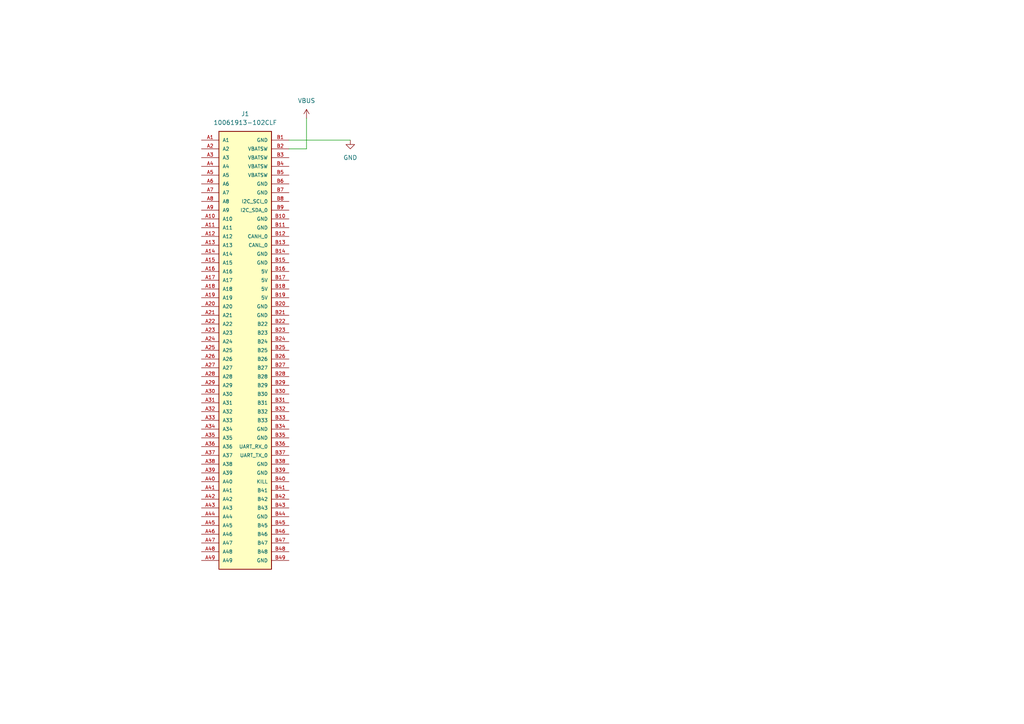
<source format=kicad_sch>
(kicad_sch (version 20230121) (generator eeschema)
  (paper "A4")
  (lib_symbols
    (symbol "10061913-102CLF:10061913-102CLF" (pin_names (offset 1.016))
      (property "Reference" "J" (at -7.62 64.262 0))
      (property "Value" "10061913-102CLF" (at -7.62 -66.04 0))
      (symbol "10061913-102CLF_0_0"
        (rectangle (start -7.62 63.5) (end 7.62 -63.5) (stroke (width 0.254)) (fill (type background)))
        (pin passive line (at -12.7 60.96 0) (length 5.08) (name "A1") (number "A1"))
        (pin passive line (at -12.7 38.1 0) (length 5.08) (name "A10") (number "A10"))
        (pin passive line (at -12.7 35.56 0) (length 5.08) (name "A11") (number "A11"))
        (pin passive line (at -12.7 33.02 0) (length 5.08) (name "A12") (number "A12"))
        (pin passive line (at -12.7 30.48 0) (length 5.08) (name "A13") (number "A13"))
        (pin passive line (at -12.7 27.94 0) (length 5.08) (name "A14") (number "A14"))
        (pin passive line (at -12.7 25.4 0) (length 5.08) (name "A15") (number "A15"))
        (pin passive line (at -12.7 22.86 0) (length 5.08) (name "A16") (number "A16"))
        (pin passive line (at -12.7 20.32 0) (length 5.08) (name "A17") (number "A17"))
        (pin passive line (at -12.7 17.78 0) (length 5.08) (name "A18") (number "A18"))
        (pin passive line (at -12.7 15.24 0) (length 5.08) (name "A19") (number "A19"))
        (pin passive line (at -12.7 58.42 0) (length 5.08) (name "A2") (number "A2"))
        (pin passive line (at -12.7 12.7 0) (length 5.08) (name "A20") (number "A20"))
        (pin passive line (at -12.7 10.16 0) (length 5.08) (name "A21") (number "A21"))
        (pin passive line (at -12.7 7.62 0) (length 5.08) (name "A22") (number "A22"))
        (pin passive line (at -12.7 5.08 0) (length 5.08) (name "A23") (number "A23"))
        (pin passive line (at -12.7 2.54 0) (length 5.08) (name "A24") (number "A24"))
        (pin passive line (at -12.7 0 0) (length 5.08) (name "A25") (number "A25"))
        (pin passive line (at -12.7 -2.54 0) (length 5.08) (name "A26") (number "A26"))
        (pin passive line (at -12.7 -5.08 0) (length 5.08) (name "A27") (number "A27"))
        (pin passive line (at -12.7 -7.62 0) (length 5.08) (name "A28") (number "A28"))
        (pin passive line (at -12.7 -10.16 0) (length 5.08) (name "A29") (number "A29"))
        (pin passive line (at -12.7 55.88 0) (length 5.08) (name "A3") (number "A3"))
        (pin passive line (at -12.7 -12.7 0) (length 5.08) (name "A30") (number "A30"))
        (pin passive line (at -12.7 -15.24 0) (length 5.08) (name "A31") (number "A31"))
        (pin passive line (at -12.7 -17.78 0) (length 5.08) (name "A32") (number "A32"))
        (pin passive line (at -12.7 -20.32 0) (length 5.08) (name "A33") (number "A33"))
        (pin passive line (at -12.7 -22.86 0) (length 5.08) (name "A34") (number "A34"))
        (pin passive line (at -12.7 -25.4 0) (length 5.08) (name "A35") (number "A35"))
        (pin passive line (at -12.7 -27.94 0) (length 5.08) (name "A36") (number "A36"))
        (pin passive line (at -12.7 -30.48 0) (length 5.08) (name "A37") (number "A37"))
        (pin passive line (at -12.7 -33.02 0) (length 5.08) (name "A38") (number "A38"))
        (pin passive line (at -12.7 -35.56 0) (length 5.08) (name "A39") (number "A39"))
        (pin passive line (at -12.7 53.34 0) (length 5.08) (name "A4") (number "A4"))
        (pin passive line (at -12.7 -38.1 0) (length 5.08) (name "A40") (number "A40"))
        (pin passive line (at -12.7 -40.64 0) (length 5.08) (name "A41") (number "A41"))
        (pin passive line (at -12.7 -43.18 0) (length 5.08) (name "A42") (number "A42"))
        (pin passive line (at -12.7 -45.72 0) (length 5.08) (name "A43") (number "A43"))
        (pin passive line (at -12.7 -48.26 0) (length 5.08) (name "A44") (number "A44"))
        (pin passive line (at -12.7 -50.8 0) (length 5.08) (name "A45") (number "A45"))
        (pin passive line (at -12.7 -53.34 0) (length 5.08) (name "A46") (number "A46"))
        (pin passive line (at -12.7 -55.88 0) (length 5.08) (name "A47") (number "A47"))
        (pin passive line (at -12.7 -58.42 0) (length 5.08) (name "A48") (number "A48"))
        (pin passive line (at -12.7 -60.96 0) (length 5.08) (name "A49") (number "A49"))
        (pin passive line (at -12.7 50.8 0) (length 5.08) (name "A5") (number "A5"))
        (pin passive line (at -12.7 48.26 0) (length 5.08) (name "A6") (number "A6"))
        (pin passive line (at -12.7 45.72 0) (length 5.08) (name "A7") (number "A7"))
        (pin passive line (at -12.7 43.18 0) (length 5.08) (name "A8") (number "A8"))
        (pin passive line (at -12.7 40.64 0) (length 5.08) (name "A9") (number "A9"))
        (pin passive line (at 12.7 7.62 180) (length 5.08) (name "B22") (number "B22"))
        (pin passive line (at 12.7 5.08 180) (length 5.08) (name "B23") (number "B23"))
        (pin passive line (at 12.7 2.54 180) (length 5.08) (name "B24") (number "B24"))
        (pin passive line (at 12.7 0 180) (length 5.08) (name "B25") (number "B25"))
        (pin passive line (at 12.7 -2.54 180) (length 5.08) (name "B26") (number "B26"))
        (pin passive line (at 12.7 -5.08 180) (length 5.08) (name "B27") (number "B27"))
        (pin passive line (at 12.7 -7.62 180) (length 5.08) (name "B28") (number "B28"))
        (pin passive line (at 12.7 -10.16 180) (length 5.08) (name "B29") (number "B29"))
        (pin passive line (at 12.7 -12.7 180) (length 5.08) (name "B30") (number "B30"))
        (pin passive line (at 12.7 -15.24 180) (length 5.08) (name "B31") (number "B31"))
        (pin passive line (at 12.7 -17.78 180) (length 5.08) (name "B32") (number "B32"))
        (pin passive line (at 12.7 -20.32 180) (length 5.08) (name "B33") (number "B33"))
        (pin passive line (at 12.7 -40.64 180) (length 5.08) (name "B41") (number "B41"))
        (pin passive line (at 12.7 -43.18 180) (length 5.08) (name "B42") (number "B42"))
        (pin passive line (at 12.7 -45.72 180) (length 5.08) (name "B43") (number "B43"))
        (pin passive line (at 12.7 -50.8 180) (length 5.08) (name "B45") (number "B45"))
        (pin passive line (at 12.7 -53.34 180) (length 5.08) (name "B46") (number "B46"))
        (pin passive line (at 12.7 -55.88 180) (length 5.08) (name "B47") (number "B47"))
        (pin passive line (at 12.7 -58.42 180) (length 5.08) (name "B48") (number "B48"))
      )
      (symbol "10061913-102CLF_1_0"
        (pin passive line (at 12.7 60.96 180) (length 5.08) (name "GND") (number "B1"))
        (pin passive line (at 12.7 38.1 180) (length 5.08) (name "GND") (number "B10"))
        (pin passive line (at 12.7 35.56 180) (length 5.08) (name "GND") (number "B11"))
        (pin passive line (at 12.7 33.02 180) (length 5.08) (name "CANH_0") (number "B12"))
        (pin passive line (at 12.7 30.48 180) (length 5.08) (name "CANL_0") (number "B13"))
        (pin passive line (at 12.7 27.94 180) (length 5.08) (name "GND") (number "B14"))
        (pin passive line (at 12.7 25.4 180) (length 5.08) (name "GND") (number "B15"))
        (pin passive line (at 12.7 22.86 180) (length 5.08) (name "5V") (number "B16"))
        (pin passive line (at 12.7 20.32 180) (length 5.08) (name "5V") (number "B17"))
        (pin passive line (at 12.7 17.78 180) (length 5.08) (name "5V") (number "B18"))
        (pin passive line (at 12.7 15.24 180) (length 5.08) (name "5V") (number "B19"))
        (pin passive line (at 12.7 58.42 180) (length 5.08) (name "VBATSW") (number "B2"))
        (pin passive line (at 12.7 12.7 180) (length 5.08) (name "GND") (number "B20"))
        (pin passive line (at 12.7 10.16 180) (length 5.08) (name "GND") (number "B21"))
        (pin passive line (at 12.7 55.88 180) (length 5.08) (name "VBATSW") (number "B3"))
        (pin passive line (at 12.7 -22.86 180) (length 5.08) (name "GND") (number "B34"))
        (pin passive line (at 12.7 -25.4 180) (length 5.08) (name "GND") (number "B35"))
        (pin passive line (at 12.7 -27.94 180) (length 5.08) (name "UART_RX_0") (number "B36"))
        (pin passive line (at 12.7 -30.48 180) (length 5.08) (name "UART_TX_0") (number "B37"))
        (pin passive line (at 12.7 -33.02 180) (length 5.08) (name "GND") (number "B38"))
        (pin passive line (at 12.7 -35.56 180) (length 5.08) (name "GND") (number "B39"))
        (pin passive line (at 12.7 53.34 180) (length 5.08) (name "VBATSW") (number "B4"))
        (pin passive line (at 12.7 -38.1 180) (length 5.08) (name "KILL") (number "B40"))
        (pin passive line (at 12.7 -48.26 180) (length 5.08) (name "GND") (number "B44"))
        (pin passive line (at 12.7 -60.96 180) (length 5.08) (name "GND") (number "B49"))
        (pin passive line (at 12.7 50.8 180) (length 5.08) (name "VBATSW") (number "B5"))
        (pin passive line (at 12.7 48.26 180) (length 5.08) (name "GND") (number "B6"))
        (pin passive line (at 12.7 45.72 180) (length 5.08) (name "GND") (number "B7"))
        (pin passive line (at 12.7 43.18 180) (length 5.08) (name "I2C_SCl_0") (number "B8"))
        (pin passive line (at 12.7 40.64 180) (length 5.08) (name "I2C_SDA_0") (number "B9"))
      )
    )
    (symbol "power:GND" (power) (pin_names (offset 0))
      (property "Value" "GND" (at 0 -3.81 0))
      (symbol "GND_0_1"
        (polyline (pts (xy 0 0) (xy 0 -1.27) (xy 1.27 -1.27) (xy 0 -2.54) (xy -1.27 -1.27) (xy 0 -1.27)))
      )
      (symbol "GND_1_1"
        (pin power_in line (at 0 0 270) (length 0) hide (name "GND") (number "1"))
      )
    )
    (symbol "power:VBUS" (power) (pin_names (offset 0))
      (property "Value" "VBUS" (at 0 3.81 0))
      (symbol "VBUS_0_1"
        (polyline (pts (xy -0.762 1.27) (xy 0 2.54)))
        (polyline (pts (xy 0 0) (xy 0 2.54)))
        (polyline (pts (xy 0 2.54) (xy 0.762 1.27)))
      )
      (symbol "VBUS_1_1"
        (pin power_in line (at 0 0 90) (length 0) hide (name "VBUS") (number "1"))
      )
    )
  )
  (wire (pts (xy 88.9 34.29) (xy 88.9 43.18)))
  (wire (pts (xy 88.9 43.18) (xy 83.82 43.18)))
  (wire (pts (xy 83.82 40.64) (xy 101.6 40.64)))
  (symbol (lib_id "power:VBUS") (at 88.9 34.29 0) (unit 1)
    (property "Reference" "#PWR02" (effects hide))
    (property "Value" "VBUS" (at 88.9 29.21 0))
  )
  (symbol (lib_id "10061913-102CLF:10061913-102CLF") (at 71.12 101.6 0) (unit 1)
    (property "Reference" "J1" (at 71.12 33.02 0))
    (property "Value" "10061913-102CLF" (at 71.12 35.56 0))
    (property "Footprint" "goldmansachs:BUS_PCIexpress_x8_copy" (effects hide))
    (property "PARTREV" "S" (effects hide))
    (property "STANDARD" "Manufacturer Recommendations" (effects hide))
    (property "MAXIMUM_PACKAGE_HEIGHT" "11.10mm" (effects hide))
    (property "MANUFACTURER" "Amphenol" (effects hide))
  )
  (symbol (lib_id "power:GND") (at 101.6 40.64 0) (mirror y) (unit 1)
    (property "Reference" "#PWR01" (effects hide))
    (property "Value" "GND" (at 101.6 45.72 0))
  )
)
</source>
